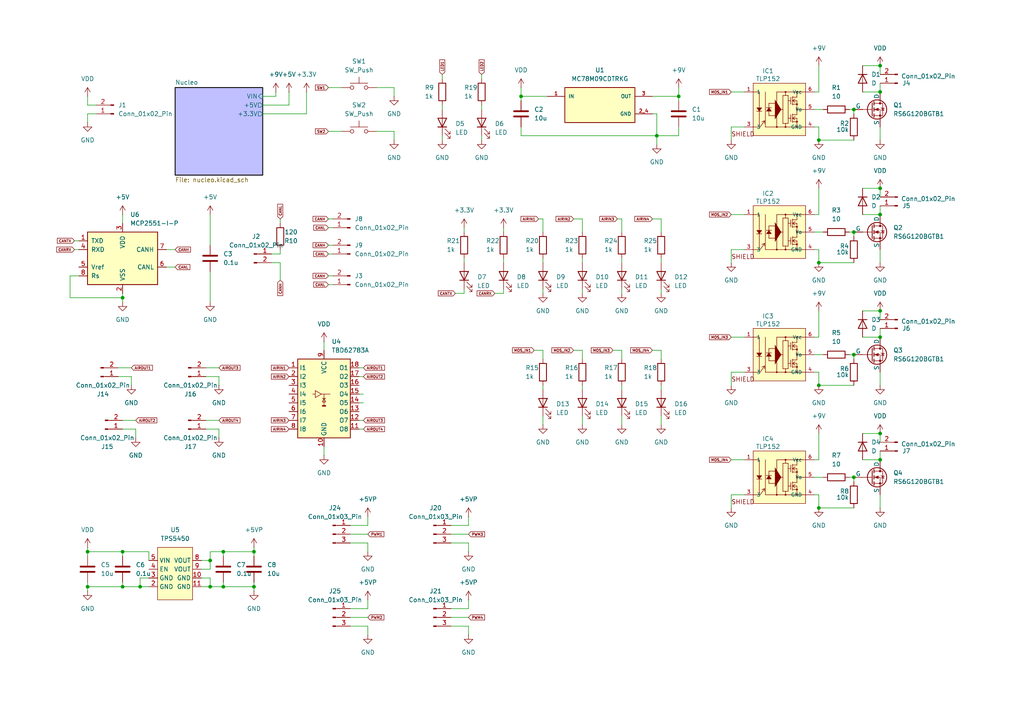
<source format=kicad_sch>
(kicad_sch (version 20231120) (generator "eeschema") (generator_version "8.0")
  (paper "A4")
  (title_block (title "Nucleo-F767-Base-Board") (date "2024-07-27") (rev "V1.0"))
  (junction (at 255.27 54.61))
  (junction (at 255.27 133.35))
  (junction (at 35.56 170.18))
  (junction (at 247.65 138.43))
  (junction (at 237.49 147.32))
  (junction (at 255.27 19.05))
  (junction (at 255.27 90.17))
  (junction (at 25.4 170.18))
  (junction (at 64.77 170.18))
  (junction (at 40.64 170.18))
  (junction (at 255.27 62.23))
  (junction (at 35.56 86.36))
  (junction (at 60.96 170.18))
  (junction (at 73.66 160.02))
  (junction (at 255.27 26.67))
  (junction (at 237.49 76.2))
  (junction (at 237.49 40.64))
  (junction (at 255.27 125.73))
  (junction (at 247.65 102.87))
  (junction (at 190.5 39.37))
  (junction (at 73.66 170.18))
  (junction (at 237.49 111.76))
  (junction (at 25.4 160.02))
  (junction (at 247.65 31.75))
  (junction (at 151.13 27.94))
  (junction (at 196.85 27.94))
  (junction (at 255.27 97.79))
  (junction (at 35.56 160.02))
  (junction (at 247.65 67.31))
  (junction (at 60.96 162.56))
  (junction (at 64.77 160.02))
  (wire (pts (xy 58.42 170.18) (xy 60.96 170.18)))
  (wire (pts (xy 250.19 133.35) (xy 255.27 133.35)))
  (wire (pts (xy 35.56 121.92) (xy 39.37 121.92)))
  (wire (pts (xy 191.77 76.2) (xy 191.77 74.93)))
  (wire (pts (xy 212.09 36.83) (xy 212.09 40.64)))
  (wire (pts (xy 250.19 62.23) (xy 255.27 62.23)))
  (wire (pts (xy 60.96 162.56) (xy 60.96 165.1)))
  (wire (pts (xy 237.49 26.67) (xy 236.22 26.67)))
  (wire (pts (xy 166.37 63.5) (xy 168.91 63.5)))
  (wire (pts (xy 95.25 38.1) (xy 99.06 38.1)))
  (wire (pts (xy 95.25 63.5) (xy 96.52 63.5)))
  (wire (pts (xy 196.85 25.4) (xy 196.85 27.94)))
  (wire (pts (xy 63.5 109.22) (xy 59.69 109.22)))
  (wire (pts (xy 212.09 143.51) (xy 212.09 147.32)))
  (wire (pts (xy 59.69 121.92) (xy 63.5 121.92)))
  (wire (pts (xy 180.34 76.2) (xy 180.34 74.93)))
  (wire (pts (xy 64.77 160.02) (xy 64.77 161.29)))
  (wire (pts (xy 60.96 162.56) (xy 60.96 160.02)))
  (wire (pts (xy 25.4 158.75) (xy 25.4 160.02)))
  (wire (pts (xy 157.48 113.03) (xy 157.48 111.76)))
  (wire (pts (xy 25.4 30.48) (xy 25.4 27.94)))
  (wire (pts (xy 35.56 86.36) (xy 35.56 87.63)))
  (wire (pts (xy 246.38 102.87) (xy 247.65 102.87)))
  (wire (pts (xy 212.09 133.35) (xy 215.9 133.35)))
  (wire (pts (xy 88.9 33.02) (xy 76.2 33.02)))
  (wire (pts (xy 236.22 107.95) (xy 237.49 107.95)))
  (wire (pts (xy 189.23 63.5) (xy 191.77 63.5)))
  (wire (pts (xy 156.21 63.5) (xy 157.48 63.5)))
  (wire (pts (xy 95.25 66.04) (xy 96.52 66.04)))
  (wire (pts (xy 237.49 90.17) (xy 237.49 97.79)))
  (wire (pts (xy 250.19 90.17) (xy 255.27 90.17)))
  (wire (pts (xy 81.28 72.39) (xy 81.28 73.66)))
  (wire (pts (xy 236.22 72.39) (xy 237.49 72.39)))
  (wire (pts (xy 196.85 36.83) (xy 196.85 39.37)))
  (wire (pts (xy 191.77 101.6) (xy 191.77 104.14)))
  (wire (pts (xy 83.82 30.48) (xy 83.82 26.67)))
  (wire (pts (xy 237.49 62.23) (xy 236.22 62.23)))
  (wire (pts (xy 59.69 106.68) (xy 63.5 106.68)))
  (wire (pts (xy 80.01 26.67) (xy 80.01 27.94)))
  (wire (pts (xy 190.5 39.37) (xy 196.85 39.37)))
  (wire (pts (xy 236.22 102.87) (xy 238.76 102.87)))
  (wire (pts (xy 95.25 80.01) (xy 96.52 80.01)))
  (wire (pts (xy 250.19 125.73) (xy 255.27 125.73)))
  (wire (pts (xy 168.91 83.82) (xy 168.91 85.09)))
  (wire (pts (xy 168.91 101.6) (xy 168.91 104.14)))
  (wire (pts (xy 39.37 124.46) (xy 39.37 127)))
  (wire (pts (xy 237.49 111.76) (xy 247.65 111.76)))
  (wire (pts (xy 38.1 109.22) (xy 34.29 109.22)))
  (wire (pts (xy 21.59 72.39) (xy 22.86 72.39)))
  (wire (pts (xy 237.49 76.2) (xy 247.65 76.2)))
  (wire (pts (xy 146.05 85.09) (xy 143.51 85.09)))
  (wire (pts (xy 255.27 72.39) (xy 255.27 76.2)))
  (wire (pts (xy 130.81 157.48) (xy 135.89 157.48)))
  (wire (pts (xy 237.49 147.32) (xy 247.65 147.32)))
  (wire (pts (xy 128.27 31.75) (xy 128.27 30.48)))
  (wire (pts (xy 73.66 160.02) (xy 73.66 161.29)))
  (wire (pts (xy 250.19 97.79) (xy 255.27 97.79)))
  (wire (pts (xy 20.32 86.36) (xy 35.56 86.36)))
  (wire (pts (xy 146.05 76.2) (xy 146.05 74.93)))
  (wire (pts (xy 255.27 19.05) (xy 255.27 21.59)))
  (wire (pts (xy 135.89 152.4) (xy 135.89 149.86)))
  (wire (pts (xy 63.5 124.46) (xy 59.69 124.46)))
  (wire (pts (xy 60.96 78.74) (xy 60.96 87.63)))
  (wire (pts (xy 151.13 25.4) (xy 151.13 27.94)))
  (wire (pts (xy 255.27 36.83) (xy 255.27 40.64)))
  (wire (pts (xy 20.32 80.01) (xy 20.32 86.36)))
  (wire (pts (xy 95.25 25.4) (xy 99.06 25.4)))
  (wire (pts (xy 255.27 143.51) (xy 255.27 147.32)))
  (wire (pts (xy 58.42 162.56) (xy 60.96 162.56)))
  (wire (pts (xy 134.62 66.04) (xy 134.62 67.31)))
  (wire (pts (xy 60.96 160.02) (xy 64.77 160.02)))
  (wire (pts (xy 109.22 25.4) (xy 114.3 25.4)))
  (wire (pts (xy 130.81 176.53) (xy 135.89 176.53)))
  (wire (pts (xy 105.41 124.46) (xy 104.14 124.46)))
  (wire (pts (xy 73.66 170.18) (xy 73.66 171.45)))
  (wire (pts (xy 157.48 101.6) (xy 157.48 104.14)))
  (wire (pts (xy 109.22 38.1) (xy 114.3 38.1)))
  (wire (pts (xy 151.13 39.37) (xy 190.5 39.37)))
  (wire (pts (xy 255.27 54.61) (xy 255.27 57.15)))
  (wire (pts (xy 191.77 83.82) (xy 191.77 85.09)))
  (wire (pts (xy 146.05 83.82) (xy 146.05 85.09)))
  (wire (pts (xy 58.42 167.64) (xy 60.96 167.64)))
  (wire (pts (xy 95.25 71.12) (xy 96.52 71.12)))
  (wire (pts (xy 237.49 54.61) (xy 237.49 62.23)))
  (wire (pts (xy 247.65 102.87) (xy 247.65 104.14)))
  (wire (pts (xy 64.77 160.02) (xy 73.66 160.02)))
  (wire (pts (xy 246.38 138.43) (xy 247.65 138.43)))
  (wire (pts (xy 135.89 181.61) (xy 135.89 184.15)))
  (wire (pts (xy 106.68 154.94) (xy 101.6 154.94)))
  (wire (pts (xy 134.62 83.82) (xy 134.62 85.09)))
  (wire (pts (xy 43.18 167.64) (xy 40.64 167.64)))
  (wire (pts (xy 237.49 133.35) (xy 236.22 133.35)))
  (wire (pts (xy 35.56 85.09) (xy 35.56 86.36)))
  (wire (pts (xy 21.59 69.85) (xy 22.86 69.85)))
  (wire (pts (xy 76.2 30.48) (xy 83.82 30.48)))
  (wire (pts (xy 105.41 114.3) (xy 104.14 114.3)))
  (wire (pts (xy 236.22 31.75) (xy 238.76 31.75)))
  (wire (pts (xy 35.56 62.23) (xy 35.56 64.77)))
  (wire (pts (xy 215.9 143.51) (xy 212.09 143.51)))
  (wire (pts (xy 212.09 62.23) (xy 215.9 62.23)))
  (wire (pts (xy 189.23 33.02) (xy 190.5 33.02)))
  (wire (pts (xy 168.91 76.2) (xy 168.91 74.93)))
  (wire (pts (xy 237.49 36.83) (xy 237.49 40.64)))
  (wire (pts (xy 255.27 95.25) (xy 255.27 97.79)))
  (wire (pts (xy 212.09 97.79) (xy 215.9 97.79)))
  (wire (pts (xy 25.4 168.91) (xy 25.4 170.18)))
  (wire (pts (xy 255.27 130.81) (xy 255.27 133.35)))
  (wire (pts (xy 215.9 72.39) (xy 212.09 72.39)))
  (wire (pts (xy 237.49 72.39) (xy 237.49 76.2)))
  (wire (pts (xy 130.81 179.07) (xy 135.89 179.07)))
  (wire (pts (xy 40.64 170.18) (xy 43.18 170.18)))
  (wire (pts (xy 255.27 24.13) (xy 255.27 26.67)))
  (wire (pts (xy 128.27 21.59) (xy 128.27 22.86)))
  (wire (pts (xy 101.6 157.48) (xy 106.68 157.48)))
  (wire (pts (xy 250.19 26.67) (xy 255.27 26.67)))
  (wire (pts (xy 177.8 101.6) (xy 180.34 101.6)))
  (wire (pts (xy 255.27 90.17) (xy 255.27 92.71)))
  (wire (pts (xy 114.3 38.1) (xy 114.3 40.64)))
  (wire (pts (xy 237.49 107.95) (xy 237.49 111.76)))
  (wire (pts (xy 60.96 170.18) (xy 64.77 170.18)))
  (wire (pts (xy 95.25 82.55) (xy 96.52 82.55)))
  (wire (pts (xy 139.7 31.75) (xy 139.7 30.48)))
  (wire (pts (xy 22.86 80.01) (xy 20.32 80.01)))
  (wire (pts (xy 166.37 101.6) (xy 168.91 101.6)))
  (wire (pts (xy 236.22 138.43) (xy 238.76 138.43)))
  (wire (pts (xy 60.96 62.23) (xy 60.96 71.12)))
  (wire (pts (xy 157.48 63.5) (xy 157.48 67.31)))
  (wire (pts (xy 106.68 152.4) (xy 106.68 149.86)))
  (wire (pts (xy 50.8 72.39) (xy 48.26 72.39)))
  (wire (pts (xy 179.07 63.5) (xy 180.34 63.5)))
  (wire (pts (xy 255.27 125.73) (xy 255.27 128.27)))
  (wire (pts (xy 151.13 36.83) (xy 151.13 39.37)))
  (wire (pts (xy 135.89 157.48) (xy 135.89 160.02)))
  (wire (pts (xy 215.9 36.83) (xy 212.09 36.83)))
  (wire (pts (xy 63.5 124.46) (xy 63.5 127)))
  (wire (pts (xy 106.68 157.48) (xy 106.68 160.02)))
  (wire (pts (xy 139.7 39.37) (xy 139.7 40.64)))
  (wire (pts (xy 196.85 27.94) (xy 196.85 29.21)))
  (wire (pts (xy 73.66 158.75) (xy 73.66 160.02)))
  (wire (pts (xy 255.27 59.69) (xy 255.27 62.23)))
  (wire (pts (xy 168.91 123.19) (xy 168.91 120.65)))
  (wire (pts (xy 25.4 33.02) (xy 25.4 35.56)))
  (wire (pts (xy 106.68 179.07) (xy 101.6 179.07)))
  (wire (pts (xy 250.19 19.05) (xy 255.27 19.05)))
  (wire (pts (xy 237.49 125.73) (xy 237.49 133.35)))
  (wire (pts (xy 80.01 27.94) (xy 76.2 27.94)))
  (wire (pts (xy 246.38 31.75) (xy 247.65 31.75)))
  (wire (pts (xy 38.1 109.22) (xy 38.1 111.76)))
  (wire (pts (xy 191.77 113.03) (xy 191.77 111.76)))
  (wire (pts (xy 130.81 181.61) (xy 135.89 181.61)))
  (wire (pts (xy 236.22 36.83) (xy 237.49 36.83)))
  (wire (pts (xy 105.41 121.92) (xy 104.14 121.92)))
  (wire (pts (xy 35.56 160.02) (xy 25.4 160.02)))
  (wire (pts (xy 25.4 160.02) (xy 25.4 161.29)))
  (wire (pts (xy 64.77 170.18) (xy 73.66 170.18)))
  (wire (pts (xy 43.18 162.56) (xy 43.18 160.02)))
  (wire (pts (xy 157.48 83.82) (xy 157.48 85.09)))
  (wire (pts (xy 189.23 101.6) (xy 191.77 101.6)))
  (wire (pts (xy 101.6 176.53) (xy 106.68 176.53)))
  (wire (pts (xy 212.09 107.95) (xy 212.09 111.76)))
  (wire (pts (xy 34.29 106.68) (xy 38.1 106.68)))
  (wire (pts (xy 106.68 176.53) (xy 106.68 173.99)))
  (wire (pts (xy 25.4 170.18) (xy 25.4 171.45)))
  (wire (pts (xy 189.23 27.94) (xy 196.85 27.94)))
  (wire (pts (xy 180.34 113.03) (xy 180.34 111.76)))
  (wire (pts (xy 215.9 107.95) (xy 212.09 107.95)))
  (wire (pts (xy 168.91 63.5) (xy 168.91 67.31)))
  (wire (pts (xy 157.48 76.2) (xy 157.48 74.93)))
  (wire (pts (xy 180.34 123.19) (xy 180.34 120.65)))
  (wire (pts (xy 81.28 63.5) (xy 81.28 64.77)))
  (wire (pts (xy 151.13 27.94) (xy 151.13 29.21)))
  (wire (pts (xy 212.09 26.67) (xy 215.9 26.67)))
  (wire (pts (xy 50.8 77.47) (xy 48.26 77.47)))
  (wire (pts (xy 180.34 101.6) (xy 180.34 104.14)))
  (wire (pts (xy 154.94 101.6) (xy 157.48 101.6)))
  (wire (pts (xy 236.22 143.51) (xy 237.49 143.51)))
  (wire (pts (xy 190.5 33.02) (xy 190.5 39.37)))
  (wire (pts (xy 60.96 167.64) (xy 60.96 170.18)))
  (wire (pts (xy 25.4 30.48) (xy 27.94 30.48)))
  (wire (pts (xy 81.28 73.66) (xy 78.74 73.66)))
  (wire (pts (xy 106.68 181.61) (xy 106.68 184.15)))
  (wire (pts (xy 101.6 152.4) (xy 106.68 152.4)))
  (wire (pts (xy 237.49 97.79) (xy 236.22 97.79)))
  (wire (pts (xy 139.7 21.59) (xy 139.7 22.86)))
  (wire (pts (xy 35.56 170.18) (xy 25.4 170.18)))
  (wire (pts (xy 43.18 160.02) (xy 35.56 160.02)))
  (wire (pts (xy 134.62 85.09) (xy 132.08 85.09)))
  (wire (pts (xy 114.3 25.4) (xy 114.3 27.94)))
  (wire (pts (xy 130.81 152.4) (xy 135.89 152.4)))
  (wire (pts (xy 105.41 109.22) (xy 104.14 109.22)))
  (wire (pts (xy 73.66 168.91) (xy 73.66 170.18)))
  (wire (pts (xy 78.74 76.2) (xy 81.28 76.2)))
  (wire (pts (xy 39.37 124.46) (xy 35.56 124.46)))
  (wire (pts (xy 191.77 63.5) (xy 191.77 67.31)))
  (wire (pts (xy 157.48 123.19) (xy 157.48 120.65)))
  (wire (pts (xy 81.28 76.2) (xy 81.28 81.28)))
  (wire (pts (xy 237.49 40.64) (xy 247.65 40.64)))
  (wire (pts (xy 88.9 26.67) (xy 88.9 33.02)))
  (wire (pts (xy 236.22 67.31) (xy 238.76 67.31)))
  (wire (pts (xy 190.5 39.37) (xy 190.5 41.91)))
  (wire (pts (xy 247.65 67.31) (xy 247.65 68.58)))
  (wire (pts (xy 247.65 138.43) (xy 247.65 139.7)))
  (wire (pts (xy 130.81 154.94) (xy 135.89 154.94)))
  (wire (pts (xy 255.27 107.95) (xy 255.27 111.76)))
  (wire (pts (xy 237.49 143.51) (xy 237.49 147.32)))
  (wire (pts (xy 35.56 170.18) (xy 40.64 170.18)))
  (wire (pts (xy 58.42 165.1) (xy 60.96 165.1)))
  (wire (pts (xy 25.4 33.02) (xy 27.94 33.02)))
  (wire (pts (xy 93.98 129.54) (xy 93.98 132.08)))
  (wire (pts (xy 101.6 181.61) (xy 106.68 181.61)))
  (wire (pts (xy 95.25 73.66) (xy 96.52 73.66)))
  (wire (pts (xy 35.56 168.91) (xy 35.56 170.18)))
  (wire (pts (xy 146.05 66.04) (xy 146.05 67.31)))
  (wire (pts (xy 105.41 106.68) (xy 104.14 106.68)))
  (wire (pts (xy 246.38 67.31) (xy 247.65 67.31)))
  (wire (pts (xy 134.62 76.2) (xy 134.62 74.93)))
  (wire (pts (xy 135.89 176.53) (xy 135.89 173.99)))
  (wire (pts (xy 40.64 167.64) (xy 40.64 170.18)))
  (wire (pts (xy 191.77 123.19) (xy 191.77 120.65)))
  (wire (pts (xy 180.34 83.82) (xy 180.34 85.09)))
  (wire (pts (xy 168.91 113.03) (xy 168.91 111.76)))
  (wire (pts (xy 35.56 161.29) (xy 35.56 160.02)))
  (wire (pts (xy 180.34 63.5) (xy 180.34 67.31)))
  (wire (pts (xy 93.98 99.06) (xy 93.98 101.6)))
  (wire (pts (xy 237.49 19.05) (xy 237.49 26.67)))
  (wire (pts (xy 105.41 116.84) (xy 104.14 116.84)))
  (wire (pts (xy 151.13 27.94) (xy 158.75 27.94)))
  (wire (pts (xy 247.65 31.75) (xy 247.65 33.02)))
  (wire (pts (xy 212.09 72.39) (xy 212.09 76.2)))
  (wire (pts (xy 64.77 168.91) (xy 64.77 170.18)))
  (wire (pts (xy 63.5 109.22) (xy 63.5 111.76)))
  (wire (pts (xy 128.27 39.37) (xy 128.27 40.64)))
  (wire (pts (xy 250.19 54.61) (xy 255.27 54.61)))
  (global_label "SW1" (shape input) (at 95.25 25.4 180) (effects (font (size 0.762 0.762))) (property "Intersheetrefs" "${INTERSHEET_REFS}" (effects (hide yes))))
  (global_label "AIROUT1" (shape input) (at 105.41 106.68 0) (effects (font (size 0.762 0.762))) (property "Intersheetrefs" "${INTERSHEET_REFS}" (effects (hide yes))))
  (global_label "AIROUT4" (shape input) (at 63.5 121.92 0) (effects (font (size 0.762 0.762))) (property "Intersheetrefs" "${INTERSHEET_REFS}" (effects (hide yes))))
  (global_label "AIRIN1" (shape input) (at 156.21 63.5 180) (effects (font (size 0.762 0.762))) (property "Intersheetrefs" "${INTERSHEET_REFS}" (effects (hide yes))))
  (global_label "PWM4" (shape input) (at 135.89 179.07 0) (effects (font (size 0.762 0.762))) (property "Intersheetrefs" "${INTERSHEET_REFS}" (effects (hide yes))))
  (global_label "SW2" (shape input) (at 95.25 38.1 180) (effects (font (size 0.762 0.762))) (property "Intersheetrefs" "${INTERSHEET_REFS}" (effects (hide yes))))
  (global_label "CANTX" (shape input) (at 21.59 69.85 180) (effects (font (size 0.762 0.762))) (property "Intersheetrefs" "${INTERSHEET_REFS}" (effects (hide yes))))
  (global_label "MOS_IN2" (shape input) (at 166.37 101.6 180) (effects (font (size 0.762 0.762))) (property "Intersheetrefs" "${INTERSHEET_REFS}" (effects (hide yes))))
  (global_label "MOS_IN3" (shape input) (at 212.09 97.79 180) (effects (font (size 0.762 0.762))) (property "Intersheetrefs" "${INTERSHEET_REFS}" (effects (hide yes))))
  (global_label "CANH" (shape input) (at 95.25 63.5 180) (effects (font (size 0.762 0.762))) (property "Intersheetrefs" "${INTERSHEET_REFS}" (effects (hide yes))))
  (global_label "AIRIN2" (shape input) (at 83.82 109.22 180) (effects (font (size 0.762 0.762))) (property "Intersheetrefs" "${INTERSHEET_REFS}" (effects (hide yes))))
  (global_label "CANH" (shape input) (at 95.25 80.01 180) (effects (font (size 0.762 0.762))) (property "Intersheetrefs" "${INTERSHEET_REFS}" (effects (hide yes))))
  (global_label "PWM3" (shape input) (at 135.89 154.94 0) (effects (font (size 0.762 0.762))) (property "Intersheetrefs" "${INTERSHEET_REFS}" (effects (hide yes))))
  (global_label "MOS_IN1" (shape input) (at 212.09 26.67 180) (effects (font (size 0.762 0.762))) (property "Intersheetrefs" "${INTERSHEET_REFS}" (effects (hide yes))))
  (global_label "AIRIN1" (shape input) (at 83.82 106.68 180) (effects (font (size 0.762 0.762))) (property "Intersheetrefs" "${INTERSHEET_REFS}" (effects (hide yes))))
  (global_label "CANL" (shape input) (at 95.25 66.04 180) (effects (font (size 0.762 0.762))) (property "Intersheetrefs" "${INTERSHEET_REFS}" (effects (hide yes))))
  (global_label "CANH" (shape input) (at 95.25 71.12 180) (effects (font (size 0.762 0.762))) (property "Intersheetrefs" "${INTERSHEET_REFS}" (effects (hide yes))))
  (global_label "CANRX" (shape input) (at 21.59 72.39 180) (effects (font (size 0.762 0.762))) (property "Intersheetrefs" "${INTERSHEET_REFS}" (effects (hide yes))))
  (global_label "LED1" (shape input) (at 128.27 21.59 90) (effects (font (size 0.762 0.762))) (property "Intersheetrefs" "${INTERSHEET_REFS}" (effects (hide yes))))
  (global_label "PWM2" (shape input) (at 106.68 179.07 0) (effects (font (size 0.762 0.762))) (property "Intersheetrefs" "${INTERSHEET_REFS}" (effects (hide yes))))
  (global_label "LED2" (shape input) (at 139.7 21.59 90) (effects (font (size 0.762 0.762))) (property "Intersheetrefs" "${INTERSHEET_REFS}" (effects (hide yes))))
  (global_label "MOS_IN2" (shape input) (at 212.09 62.23 180) (effects (font (size 0.762 0.762))) (property "Intersheetrefs" "${INTERSHEET_REFS}" (effects (hide yes))))
  (global_label "CANRX" (shape input) (at 143.51 85.09 180) (effects (font (size 0.762 0.762))) (property "Intersheetrefs" "${INTERSHEET_REFS}" (effects (hide yes))))
  (global_label "CANH" (shape input) (at 50.8 72.39 0) (effects (font (size 0.762 0.762))) (property "Intersheetrefs" "${INTERSHEET_REFS}" (effects (hide yes))))
  (global_label "CANTX" (shape input) (at 132.08 85.09 180) (effects (font (size 0.762 0.762))) (property "Intersheetrefs" "${INTERSHEET_REFS}" (effects (hide yes))))
  (global_label "MOS_IN3" (shape input) (at 177.8 101.6 180) (effects (font (size 0.762 0.762))) (property "Intersheetrefs" "${INTERSHEET_REFS}" (effects (hide yes))))
  (global_label "MOS_IN4" (shape input) (at 212.09 133.35 180) (effects (font (size 0.762 0.762))) (property "Intersheetrefs" "${INTERSHEET_REFS}" (effects (hide yes))))
  (global_label "AIROUT3" (shape input) (at 63.5 106.68 0) (effects (font (size 0.762 0.762))) (property "Intersheetrefs" "${INTERSHEET_REFS}" (effects (hide yes))))
  (global_label "AIRIN2" (shape input) (at 166.37 63.5 180) (effects (font (size 0.762 0.762))) (property "Intersheetrefs" "${INTERSHEET_REFS}" (effects (hide yes))))
  (global_label "PWM1" (shape input) (at 106.68 154.94 0) (effects (font (size 0.762 0.762))) (property "Intersheetrefs" "${INTERSHEET_REFS}" (effects (hide yes))))
  (global_label "AIRIN4" (shape input) (at 189.23 63.5 180) (effects (font (size 0.762 0.762))) (property "Intersheetrefs" "${INTERSHEET_REFS}" (effects (hide yes))))
  (global_label "CANL" (shape input) (at 81.28 63.5 90) (effects (font (size 0.762 0.762))) (property "Intersheetrefs" "${INTERSHEET_REFS}" (effects (hide yes))))
  (global_label "MOS_IN4" (shape input) (at 189.23 101.6 180) (effects (font (size 0.762 0.762))) (property "Intersheetrefs" "${INTERSHEET_REFS}" (effects (hide yes))))
  (global_label "AIRIN3" (shape input) (at 83.82 121.92 180) (effects (font (size 0.762 0.762))) (property "Intersheetrefs" "${INTERSHEET_REFS}" (effects (hide yes))))
  (global_label "AIROUT2" (shape input) (at 39.37 121.92 0) (effects (font (size 0.762 0.762))) (property "Intersheetrefs" "${INTERSHEET_REFS}" (effects (hide yes))))
  (global_label "AIROUT2" (shape input) (at 105.41 109.22 0) (effects (font (size 0.762 0.762))) (property "Intersheetrefs" "${INTERSHEET_REFS}" (effects (hide yes))))
  (global_label "AIROUT4" (shape input) (at 105.41 124.46 0) (effects (font (size 0.762 0.762))) (property "Intersheetrefs" "${INTERSHEET_REFS}" (effects (hide yes))))
  (global_label "CANL" (shape input) (at 50.8 77.47 0) (effects (font (size 0.762 0.762))) (property "Intersheetrefs" "${INTERSHEET_REFS}" (effects (hide yes))))
  (global_label "AIROUT3" (shape input) (at 105.41 121.92 0) (effects (font (size 0.762 0.762))) (property "Intersheetrefs" "${INTERSHEET_REFS}" (effects (hide yes))))
  (global_label "AIRIN4" (shape input) (at 83.82 124.46 180) (effects (font (size 0.762 0.762))) (property "Intersheetrefs" "${INTERSHEET_REFS}" (effects (hide yes))))
  (global_label "CANL" (shape input) (at 95.25 82.55 180) (effects (font (size 0.762 0.762))) (property "Intersheetrefs" "${INTERSHEET_REFS}" (effects (hide yes))))
  (global_label "AIROUT1" (shape input) (at 38.1 106.68 0) (effects (font (size 0.762 0.762))) (property "Intersheetrefs" "${INTERSHEET_REFS}" (effects (hide yes))))
  (global_label "MOS_IN1" (shape input) (at 154.94 101.6 180) (effects (font (size 0.762 0.762))) (property "Intersheetrefs" "${INTERSHEET_REFS}" (effects (hide yes))))
  (global_label "CANH" (shape input) (at 81.28 81.28 270) (effects (font (size 0.762 0.762))) (property "Intersheetrefs" "${INTERSHEET_REFS}" (effects (hide yes))))
  (global_label "CANL" (shape input) (at 95.25 73.66 180) (effects (font (size 0.762 0.762))) (property "Intersheetrefs" "${INTERSHEET_REFS}" (effects (hide yes))))
  (global_label "AIRIN3" (shape input) (at 179.07 63.5 180) (effects (font (size 0.762 0.762))) (property "Intersheetrefs" "${INTERSHEET_REFS}" (effects (hide yes))))
  (symbol (lib_id "power:GND") (at 106.68 184.15 0) (unit 1)
    (property "Reference" "#PWR071" (effects (hide yes)))
    (property "Value" "GND" (at 106.68 189.23 0))
    (property "Description" "Power symbol creates a global label with name \"GND\" , ground" (effects (hide yes)))
  )
  (symbol (lib_id "TLP152:TLP152") (at 218.44 95.25 0) (unit 1)
    (property "Reference" "IC3" (at 222.758 91.694 0))
    (property "Value" "TLP152" (at 222.758 93.98 0))
    (property "Footprint" "TLP152:5PIN_SO6_TOS" (effects (hide yes)))
    (property "MF" "Toshiba Semiconductor" (effects (hide yes)))
    (property "Description_1" "\n2.5A Gate Driver Optical Coupling 3750Vrms 1 Channel 6-SO, 5 Lead\n" (effects (hide yes)))
    (property "COPYRIGHT" "Copyright (C) 2022 Ultra Librarian. All rights reserved." (effects (hide yes)))
    (property "Package" "SOIC-6 Toshiba Semiconductor and Storage" (effects (hide yes)))
    (property "Price" "None" (effects (hide yes)))
    (property "Check_prices" "https://www.snapeda.com/parts/TLP152/Toshiba+Semiconductor+and+Storage/view-part/?ref=eda" (effects (hide yes)))
    (property "Availability" "In Stock" (effects (hide yes)))
    (property "SnapEDA_Link" "https://www.snapeda.com/parts/TLP152/Toshiba+Semiconductor+and+Storage/view-part/?ref=snap" (effects (hide yes)))
    (property "MP" "TLP152" (effects (hide yes)))
    (property "Purchase-URL" "https://www.snapeda.com/api/url_track_click_mouser/?unipart_id=586676&manufacturer=Toshiba Semiconductor&part_name=TLP152&search_term=tlp152" (effects (hide yes)))
    (property "MFR_NAME" "Toshiba Electronic Devices & Storage Co." (effects (hide yes)))
    (property "MANUFACTURER_PART_NUMBER" "TLP152" (effects (hide yes)))
  )
  (symbol (lib_id "power:+3.3V") (at 146.05 66.04 0) (unit 1)
    (property "Reference" "#PWR033" (effects (hide yes)))
    (property "Value" "+3.3V" (at 146.05 60.96 0))
    (property "Description" "Power symbol creates a global label with name \"+3.3V\"" (effects (hide yes)))
  )
  (symbol (lib_id "Device:R") (at 247.65 143.51 0) (unit 1)
    (property "Reference" "R8" (at 243.586 142.494 0) (effects (justify left)))
    (property "Value" "10k" (at 242.57 144.272 0) (effects (justify left)))
    (property "Footprint" "Resistor_SMD:R_0603_1608Metric" (effects (hide yes)))
    (property "Description" "Resistor" (effects (hide yes)))
  )
  (symbol (lib_id "Device:C") (at 151.13 33.02 0) (unit 1)
    (property "Reference" "C2" (at 154.94 31.7499 0) (effects (justify left)))
    (property "Value" "10u" (at 154.94 34.2899 0) (effects (justify left)))
    (property "Footprint" "Capacitor_SMD:C_0603_1608Metric" (effects (hide yes)))
    (property "Description" "Unpolarized capacitor" (effects (hide yes)))
  )
  (symbol (lib_id "power:GND") (at 255.27 111.76 0) (unit 1)
    (property "Reference" "#PWR025" (effects (hide yes)))
    (property "Value" "GND" (at 255.27 116.84 0))
    (property "Description" "Power symbol creates a global label with name \"GND\" , ground" (effects (hide yes)))
  )
  (symbol (lib_id "Device:R") (at 81.28 68.58 180) (unit 1)
    (property "Reference" "R10" (at 86.36 69.85 0) (effects (justify left)))
    (property "Value" "120" (at 86.36 67.31 0) (effects (justify left)))
    (property "Footprint" "Resistor_SMD:R_0603_1608Metric" (effects (hide yes)))
    (property "Description" "Resistor" (effects (hide yes)))
  )
  (symbol (lib_id "Connector:Conn_01x02_Pin") (at 54.61 109.22 0) (mirror x) (unit 1)
    (property "Reference" "J16" (at 55.245 114.3 0))
    (property "Value" "Conn_01x02_Pin" (at 55.245 111.76 0))
    (property "Footprint" "Connector_JST:JST_XA_S02B-XASK-1_1x02_P2.50mm_Horizontal" (effects (hide yes)))
    (property "Description" "Generic connector, single row, 01x02, script generated" (effects (hide yes)))
  )
  (symbol (lib_id "TLP152:TLP152") (at 218.44 24.13 0) (unit 1)
    (property "Reference" "IC1" (at 222.758 20.574 0))
    (property "Value" "TLP152" (at 222.758 22.86 0))
    (property "Footprint" "TLP152:5PIN_SO6_TOS" (effects (hide yes)))
    (property "MF" "Toshiba Semiconductor" (effects (hide yes)))
    (property "Description_1" "\n2.5A Gate Driver Optical Coupling 3750Vrms 1 Channel 6-SO, 5 Lead\n" (effects (hide yes)))
    (property "COPYRIGHT" "Copyright (C) 2022 Ultra Librarian. All rights reserved." (effects (hide yes)))
    (property "Package" "SOIC-6 Toshiba Semiconductor and Storage" (effects (hide yes)))
    (property "Price" "None" (effects (hide yes)))
    (property "Check_prices" "https://www.snapeda.com/parts/TLP152/Toshiba+Semiconductor+and+Storage/view-part/?ref=eda" (effects (hide yes)))
    (property "Availability" "In Stock" (effects (hide yes)))
    (property "SnapEDA_Link" "https://www.snapeda.com/parts/TLP152/Toshiba+Semiconductor+and+Storage/view-part/?ref=snap" (effects (hide yes)))
    (property "MP" "TLP152" (effects (hide yes)))
    (property "Purchase-URL" "https://www.snapeda.com/api/url_track_click_mouser/?unipart_id=586676&manufacturer=Toshiba Semiconductor&part_name=TLP152&search_term=tlp152" (effects (hide yes)))
    (property "MFR_NAME" "Toshiba Electronic Devices & Storage Co." (effects (hide yes)))
    (property "MANUFACTURER_PART_NUMBER" "TLP152" (effects (hide yes)))
  )
  (symbol (lib_id "Device:D") (at 250.19 22.86 270) (unit 1)
    (property "Reference" "D1" (at 252.73 21.5899 90) (effects (justify left)))
    (property "Value" "D" (at 252.73 24.1299 90) (effects (justify left)))
    (property "Footprint" "PDS540:PDS54013" (effects (hide yes)))
    (property "Description" "Diode" (effects (hide yes)))
    (property "Sim.Device" "D" (effects (hide yes)))
    (property "Sim.Pins" "1=K 2=A" (effects (hide yes)))
  )
  (symbol (lib_id "Device:LED") (at 157.48 116.84 90) (unit 1)
    (property "Reference" "D13" (at 161.29 117.1574 90) (effects (justify right)))
    (property "Value" "LED" (at 161.29 119.6974 90) (effects (justify right)))
    (property "Footprint" "LED_SMD:LED_0603_1608Metric" (effects (hide yes)))
    (property "Description" "Light emitting diode" (effects (hide yes)))
  )
  (symbol (lib_id "Device:R") (at 191.77 71.12 0) (unit 1)
    (property "Reference" "R25" (at 186.69 69.85 0) (effects (justify left)))
    (property "Value" "1k" (at 186.69 72.39 0) (effects (justify left)))
    (property "Footprint" "Resistor_SMD:R_0603_1608Metric" (effects (hide yes)))
    (property "Description" "Resistor" (effects (hide yes)))
  )
  (symbol (lib_id "Device:LED") (at 134.62 80.01 90) (unit 1)
    (property "Reference" "D7" (at 138.43 80.3274 90) (effects (justify right)))
    (property "Value" "LED" (at 138.43 82.8674 90) (effects (justify right)))
    (property "Footprint" "LED_SMD:LED_0603_1608Metric" (effects (hide yes)))
    (property "Description" "Light emitting diode" (effects (hide yes)))
  )
  (symbol (lib_id "Simulation_SPICE:NMOS") (at 252.73 67.31 0) (unit 1)
    (property "Reference" "Q2" (at 259.08 66.0399 0) (effects (justify left)))
    (property "Value" "RS6G120BGTB1" (at 259.08 68.5799 0) (effects (justify left)))
    (property "Footprint" "MOSFET:DPAK127P_600X120-5N" (effects (hide yes)))
    (property "Datasheet" "https://ngspice.sourceforge.io/docs/ngspice-html-manual/manual.xhtml#cha_MOSFETs" (effects (hide yes)))
    (property "Description" "N-MOSFET transistor, drain/source/gate" (effects (hide yes)))
    (property "Sim.Device" "NMOS" (effects (hide yes)))
    (property "Sim.Type" "VDMOS" (effects (hide yes)))
    (property "Sim.Pins" "1=D 2=G 3=S" (effects (hide yes)))
  )
  (symbol (lib_id "power:GND") (at 237.49 111.76 0) (unit 1)
    (property "Reference" "#PWR023" (effects (hide yes)))
    (property "Value" "GND" (at 237.49 116.84 0))
    (property "Description" "Power symbol creates a global label with name \"GND\" , ground" (effects (hide yes)))
  )
  (symbol (lib_id "power:GND") (at 135.89 184.15 0) (unit 1)
    (property "Reference" "#PWR056" (effects (hide yes)))
    (property "Value" "GND" (at 135.89 189.23 0))
    (property "Description" "Power symbol creates a global label with name \"GND\" , ground" (effects (hide yes)))
  )
  (symbol (lib_id "power:+5V") (at 60.96 62.23 0) (unit 1)
    (property "Reference" "#PWR038" (effects (hide yes)))
    (property "Value" "+5V" (at 60.96 57.15 0))
    (property "Description" "Power symbol creates a global label with name \"+5V\"" (effects (hide yes)))
  )
  (symbol (lib_id "Device:R") (at 157.48 107.95 0) (unit 1)
    (property "Reference" "R15" (at 152.4 106.68 0) (effects (justify left)))
    (property "Value" "1k" (at 152.4 109.22 0) (effects (justify left)))
    (property "Footprint" "Resistor_SMD:R_0603_1608Metric" (effects (hide yes)))
    (property "Description" "Resistor" (effects (hide yes)))
  )
  (symbol (lib_id "power:+9V") (at 80.01 26.67 0) (unit 1)
    (property "Reference" "#PWR010" (effects (hide yes)))
    (property "Value" "+9V" (at 80.01 21.59 0))
    (property "Description" "Power symbol creates a global label with name \"+9V\"" (effects (hide yes)))
  )
  (symbol (lib_id "power:VDD") (at 255.27 54.61 0) (unit 1)
    (property "Reference" "#PWR019" (effects (hide yes)))
    (property "Value" "VDD" (at 255.27 49.53 0))
    (property "Description" "Power symbol creates a global label with name \"VDD\"" (effects (hide yes)))
  )
  (symbol (lib_id "TPS5450-module:TPS5450-module_only-pinn") (at 50.8 166.37 0) (unit 1)
    (property "Reference" "U5" (at 50.8 153.67 0))
    (property "Value" "TPS5450" (at 50.8 156.21 0))
    (property "Footprint" "TPS5450-module:TPS5450-module" (effects (hide yes)))
  )
  (symbol (lib_id "power:GND") (at 212.09 147.32 0) (unit 1)
    (property "Reference" "#PWR026" (effects (hide yes)))
    (property "Value" "GND" (at 212.09 152.4 0))
    (property "Description" "Power symbol creates a global label with name \"GND\" , ground" (effects (hide yes)))
  )
  (symbol (lib_id "power:GND") (at 128.27 40.64 0) (unit 1)
    (property "Reference" "#PWR042" (effects (hide yes)))
    (property "Value" "GND" (at 128.27 45.72 0))
    (property "Description" "Power symbol creates a global label with name \"GND\" , ground" (effects (hide yes)))
  )
  (symbol (lib_id "Device:R") (at 242.57 138.43 90) (unit 1)
    (property "Reference" "R7" (at 242.57 132.08 90))
    (property "Value" "10" (at 242.57 134.62 90))
    (property "Footprint" "Resistor_SMD:R_0603_1608Metric" (effects (hide yes)))
    (property "Description" "Resistor" (effects (hide yes)))
  )
  (symbol (lib_id "Connector:Conn_01x02_Pin") (at 260.35 59.69 180) (unit 1)
    (property "Reference" "J5" (at 262.89 59.69 0))
    (property "Value" "Conn_01x02_Pin" (at 269.24 57.658 0))
    (property "Footprint" "Connector_AMASS:AMASS_XT30PW-F_1x02_P2.50mm_Horizontal" (effects (hide yes)))
    (property "Description" "Generic connector, single row, 01x02, script generated" (effects (hide yes)))
  )
  (symbol (lib_id "Connector:Conn_01x03_Pin") (at 96.52 154.94 0) (unit 1)
    (property "Reference" "J24" (at 97.155 147.32 0))
    (property "Value" "Conn_01x03_Pin" (at 97.155 149.86 0))
    (property "Footprint" "Connector_JST:JST_XA_S03B-XASK-1_1x03_P2.50mm_Horizontal" (effects (hide yes)))
    (property "Description" "Generic connector, single row, 01x03, script generated" (effects (hide yes)))
  )
  (symbol (lib_id "Device:D") (at 250.19 93.98 270) (unit 1)
    (property "Reference" "D3" (at 252.73 92.7099 90) (effects (justify left)))
    (property "Value" "D" (at 252.73 95.2499 90) (effects (justify left)))
    (property "Footprint" "PDS540:PDS54013" (effects (hide yes)))
    (property "Description" "Diode" (effects (hide yes)))
    (property "Sim.Device" "D" (effects (hide yes)))
    (property "Sim.Pins" "1=K 2=A" (effects (hide yes)))
  )
  (symbol (lib_id "power:GND") (at 114.3 40.64 0) (unit 1)
    (property "Reference" "#PWR041" (effects (hide yes)))
    (property "Value" "GND" (at 114.3 45.72 0))
    (property "Description" "Power symbol creates a global label with name \"GND\" , ground" (effects (hide yes)))
  )
  (symbol (lib_id "Device:LED") (at 180.34 116.84 90) (unit 1)
    (property "Reference" "D15" (at 184.15 117.1574 90) (effects (justify right)))
    (property "Value" "LED" (at 184.15 119.6974 90) (effects (justify right)))
    (property "Footprint" "LED_SMD:LED_0603_1608Metric" (effects (hide yes)))
    (property "Description" "Light emitting diode" (effects (hide yes)))
  )
  (symbol (lib_id "power:GND") (at 212.09 111.76 0) (unit 1)
    (property "Reference" "#PWR021" (effects (hide yes)))
    (property "Value" "GND" (at 212.09 116.84 0))
    (property "Description" "Power symbol creates a global label with name \"GND\" , ground" (effects (hide yes)))
  )
  (symbol (lib_id "power:GND") (at 237.49 40.64 0) (unit 1)
    (property "Reference" "#PWR013" (effects (hide yes)))
    (property "Value" "GND" (at 237.49 45.72 0))
    (property "Description" "Power symbol creates a global label with name \"GND\" , ground" (effects (hide yes)))
  )
  (symbol (lib_id "power:VDD") (at 25.4 158.75 0) (unit 1)
    (property "Reference" "#PWR064" (effects (hide yes)))
    (property "Value" "VDD" (at 25.4 153.67 0))
    (property "Description" "Power symbol creates a global label with name \"VDD\"" (effects (hide yes)))
  )
  (symbol (lib_id "power:GND") (at 212.09 40.64 0) (unit 1)
    (property "Reference" "#PWR015" (effects (hide yes)))
    (property "Value" "GND" (at 212.09 45.72 0))
    (property "Description" "Power symbol creates a global label with name \"GND\" , ground" (effects (hide yes)))
  )
  (symbol (lib_id "Device:R") (at 180.34 71.12 0) (unit 1)
    (property "Reference" "R24" (at 175.26 69.85 0) (effects (justify left)))
    (property "Value" "1k" (at 175.26 72.39 0) (effects (justify left)))
    (property "Footprint" "Resistor_SMD:R_0603_1608Metric" (effects (hide yes)))
    (property "Description" "Resistor" (effects (hide yes)))
  )
  (symbol (lib_id "power:+5VP") (at 135.89 149.86 0) (unit 1)
    (property "Reference" "#PWR034" (effects (hide yes)))
    (property "Value" "+5VP" (at 135.89 144.78 0))
    (property "Description" "Power symbol creates a global label with name \"+5VP\"" (effects (hide yes)))
  )
  (symbol (lib_id "Simulation_SPICE:NMOS") (at 252.73 138.43 0) (unit 1)
    (property "Reference" "Q4" (at 259.08 137.1599 0) (effects (justify left)))
    (property "Value" "RS6G120BGTB1" (at 259.08 139.6999 0) (effects (justify left)))
    (property "Footprint" "MOSFET:DPAK127P_600X120-5N" (effects (hide yes)))
    (property "Datasheet" "https://ngspice.sourceforge.io/docs/ngspice-html-manual/manual.xhtml#cha_MOSFETs" (effects (hide yes)))
    (property "Description" "N-MOSFET transistor, drain/source/gate" (effects (hide yes)))
    (property "Sim.Device" "NMOS" (effects (hide yes)))
    (property "Sim.Type" "VDMOS" (effects (hide yes)))
    (property "Sim.Pins" "1=D 2=G 3=S" (effects (hide yes)))
  )
  (symbol (lib_id "Device:R") (at 191.77 107.95 0) (unit 1)
    (property "Reference" "R18" (at 186.69 106.68 0) (effects (justify left)))
    (property "Value" "1k" (at 186.69 109.22 0) (effects (justify left)))
    (property "Footprint" "Resistor_SMD:R_0603_1608Metric" (effects (hide yes)))
    (property "Description" "Resistor" (effects (hide yes)))
  )
  (symbol (lib_id "Device:LED") (at 168.91 80.01 90) (unit 1)
    (property "Reference" "D10" (at 172.72 80.3274 90) (effects (justify right)))
    (property "Value" "LED" (at 172.72 82.8674 90) (effects (justify right)))
    (property "Footprint" "LED_SMD:LED_0603_1608Metric" (effects (hide yes)))
    (property "Description" "Light emitting diode" (effects (hide yes)))
  )
  (symbol (lib_id "Device:LED") (at 168.91 116.84 90) (unit 1)
    (property "Reference" "D14" (at 172.72 117.1574 90) (effects (justify right)))
    (property "Value" "LED" (at 172.72 119.6974 90) (effects (justify right)))
    (property "Footprint" "LED_SMD:LED_0603_1608Metric" (effects (hide yes)))
    (property "Description" "Light emitting diode" (effects (hide yes)))
  )
  (symbol (lib_id "Interface_CAN_LIN:MCP2551-I-P") (at 35.56 74.93 0) (unit 1)
    (property "Reference" "U6" (at 37.7541 62.23 0) (effects (justify left)))
    (property "Value" "MCP2551-I-P" (at 37.7541 64.77 0) (effects (justify left)))
    (property "Footprint" "Package_DIP:DIP-8_W7.62mm" (effects (hide yes)))
    (property "Datasheet" "http://ww1.microchip.com/downloads/en/devicedoc/21667d.pdf" (effects (hide yes)))
    (property "Description" "High-Speed CAN Transceiver, 1Mbps, 5V supply, DIP-8" (effects (hide yes)))
  )
  (symbol (lib_id "power:GND") (at 106.68 160.02 0) (unit 1)
    (property "Reference" "#PWR069" (effects (hide yes)))
    (property "Value" "GND" (at 106.68 165.1 0))
    (property "Description" "Power symbol creates a global label with name \"GND\" , ground" (effects (hide yes)))
  )
  (symbol (lib_id "Device:R") (at 247.65 72.39 0) (unit 1)
    (property "Reference" "R4" (at 243.586 71.374 0) (effects (justify left)))
    (property "Value" "10k" (at 242.57 73.152 0) (effects (justify left)))
    (property "Footprint" "Resistor_SMD:R_0603_1608Metric" (effects (hide yes)))
    (property "Description" "Resistor" (effects (hide yes)))
  )
  (symbol (lib_id "Device:R") (at 128.27 26.67 0) (unit 1)
    (property "Reference" "R9" (at 123.19 25.4 0) (effects (justify left)))
    (property "Value" "1k" (at 123.19 27.94 0) (effects (justify left)))
    (property "Footprint" "Resistor_SMD:R_0603_1608Metric" (effects (hide yes)))
    (property "Description" "Resistor" (effects (hide yes)))
  )
  (symbol (lib_id "Device:C") (at 35.56 165.1 0) (unit 1)
    (property "Reference" "C6" (at 39.37 163.8299 0) (effects (justify left)))
    (property "Value" "0.1u" (at 39.37 166.3699 0) (effects (justify left)))
    (property "Footprint" "Capacitor_SMD:C_0603_1608Metric" (effects (hide yes)))
    (property "Description" "Unpolarized capacitor" (effects (hide yes)))
  )
  (symbol (lib_id "power:+9V") (at 237.49 19.05 0) (unit 1)
    (property "Reference" "#PWR014" (effects (hide yes)))
    (property "Value" "+9V" (at 237.49 13.97 0))
    (property "Description" "Power symbol creates a global label with name \"+9V\"" (effects (hide yes)))
  )
  (symbol (lib_id "power:GND") (at 212.09 76.2 0) (unit 1)
    (property "Reference" "#PWR016" (effects (hide yes)))
    (property "Value" "GND" (at 212.09 81.28 0))
    (property "Description" "Power symbol creates a global label with name \"GND\" , ground" (effects (hide yes)))
  )
  (symbol (lib_id "power:+3.3V") (at 88.9 26.67 0) (unit 1)
    (property "Reference" "#PWR062" (effects (hide yes)))
    (property "Value" "+3.3V" (at 88.9 21.59 0))
    (property "Description" "Power symbol creates a global label with name \"+3.3V\"" (effects (hide yes)))
  )
  (symbol (lib_id "power:GND") (at 180.34 123.19 0) (unit 1)
    (property "Reference" "#PWR060" (effects (hide yes)))
    (property "Value" "GND" (at 180.34 128.27 0))
    (property "Description" "Power symbol creates a global label with name \"GND\" , ground" (effects (hide yes)))
  )
  (symbol (lib_id "power:GND") (at 157.48 123.19 0) (unit 1)
    (property "Reference" "#PWR058" (effects (hide yes)))
    (property "Value" "GND" (at 157.48 128.27 0))
    (property "Description" "Power symbol creates a global label with name \"GND\" , ground" (effects (hide yes)))
  )
  (symbol (lib_id "power:GND") (at 25.4 35.56 0) (unit 1)
    (property "Reference" "#PWR08" (effects (hide yes)))
    (property "Value" "GND" (at 25.4 40.64 0))
    (property "Description" "Power symbol creates a global label with name \"GND\" , ground" (effects (hide yes)))
  )
  (symbol (lib_id "power:+9V") (at 237.49 90.17 0) (unit 1)
    (property "Reference" "#PWR022" (effects (hide yes)))
    (property "Value" "+9V" (at 237.49 85.09 0))
    (property "Description" "Power symbol creates a global label with name \"+9V\"" (effects (hide yes)))
  )
  (symbol (lib_id "power:GND") (at 63.5 111.76 0) (unit 1)
    (property "Reference" "#PWR048" (effects (hide yes)))
    (property "Value" "GND" (at 63.5 116.84 0))
    (property "Description" "Power symbol creates a global label with name \"GND\" , ground" (effects (hide yes)))
  )
  (symbol (lib_id "TLP152:TLP152") (at 218.44 130.81 0) (unit 1)
    (property "Reference" "IC4" (at 222.758 127.254 0))
    (property "Value" "TLP152" (at 222.758 129.54 0))
    (property "Footprint" "TLP152:5PIN_SO6_TOS" (effects (hide yes)))
    (property "MF" "Toshiba Semiconductor" (effects (hide yes)))
    (property "Description_1" "\n2.5A Gate Driver Optical Coupling 3750Vrms 1 Channel 6-SO, 5 Lead\n" (effects (hide yes)))
    (property "COPYRIGHT" "Copyright (C) 2022 Ultra Librarian. All rights reserved." (effects (hide yes)))
    (property "Package" "SOIC-6 Toshiba Semiconductor and Storage" (effects (hide yes)))
    (property "Price" "None" (effects (hide yes)))
    (property "Check_prices" "https://www.snapeda.com/parts/TLP152/Toshiba+Semiconductor+and+Storage/view-part/?ref=eda" (effects (hide yes)))
    (property "Availability" "In Stock" (effects (hide yes)))
    (property "SnapEDA_Link" "https://www.snapeda.com/parts/TLP152/Toshiba+Semiconductor+and+Storage/view-part/?ref=snap" (effects (hide yes)))
    (property "MP" "TLP152" (effects (hide yes)))
    (property "Purchase-URL" "https://www.snapeda.com/api/url_track_click_mouser/?unipart_id=586676&manufacturer=Toshiba Semiconductor&part_name=TLP152&search_term=tlp152" (effects (hide yes)))
    (property "MFR_NAME" "Toshiba Electronic Devices & Storage Co." (effects (hide yes)))
    (property "MANUFACTURER_PART_NUMBER" "TLP152" (effects (hide yes)))
  )
  (symbol (lib_id "power:GND") (at 191.77 85.09 0) (unit 1)
    (property "Reference" "#PWR054" (effects (hide yes)))
    (property "Value" "GND" (at 191.77 90.17 0))
    (property "Description" "Power symbol creates a global label with name \"GND\" , ground" (effects (hide yes)))
  )
  (symbol (lib_id "power:GND") (at 191.77 123.19 0) (unit 1)
    (property "Reference" "#PWR061" (effects (hide yes)))
    (property "Value" "GND" (at 191.77 128.27 0))
    (property "Description" "Power symbol creates a global label with name \"GND\" , ground" (effects (hide yes)))
  )
  (symbol (lib_id "power:+9V") (at 237.49 54.61 0) (unit 1)
    (property "Reference" "#PWR017" (effects (hide yes)))
    (property "Value" "+9V" (at 237.49 49.53 0))
    (property "Description" "Power symbol creates a global label with name \"+9V\"" (effects (hide yes)))
  )
  (symbol (lib_id "Connector:Conn_01x02_Pin") (at 30.48 124.46 0) (mirror x) (unit 1)
    (property "Reference" "J15" (at 31.115 129.54 0))
    (property "Value" "Conn_01x02_Pin" (at 31.115 127 0))
    (property "Footprint" "Connector_JST:JST_XA_S02B-XASK-1_1x02_P2.50mm_Horizontal" (effects (hide yes)))
    (property "Description" "Generic connector, single row, 01x02, script generated" (effects (hide yes)))
  )
  (symbol (lib_id "power:+3.3V") (at 134.62 66.04 0) (unit 1)
    (property "Reference" "#PWR032" (effects (hide yes)))
    (property "Value" "+3.3V" (at 134.62 60.96 0))
    (property "Description" "Power symbol creates a global label with name \"+3.3V\"" (effects (hide yes)))
  )
  (symbol (lib_id "power:GND") (at 180.34 85.09 0) (unit 1)
    (property "Reference" "#PWR052" (effects (hide yes)))
    (property "Value" "GND" (at 180.34 90.17 0))
    (property "Description" "Power symbol creates a global label with name \"GND\" , ground" (effects (hide yes)))
  )
  (symbol (lib_id "power:GND") (at 39.37 127 0) (unit 1)
    (property "Reference" "#PWR047" (effects (hide yes)))
    (property "Value" "GND" (at 39.37 132.08 0))
    (property "Description" "Power symbol creates a global label with name \"GND\" , ground" (effects (hide yes)))
  )
  (symbol (lib_id "Device:LED") (at 180.34 80.01 90) (unit 1)
    (property "Reference" "D11" (at 184.15 80.3274 90) (effects (justify right)))
    (property "Value" "LED" (at 184.15 82.8674 90) (effects (justify right)))
    (property "Footprint" "LED_SMD:LED_0603_1608Metric" (effects (hide yes)))
    (property "Description" "Light emitting diode" (effects (hide yes)))
  )
  (symbol (lib_id "Simulation_SPICE:NMOS") (at 252.73 102.87 0) (unit 1)
    (property "Reference" "Q3" (at 259.08 101.5999 0) (effects (justify left)))
    (property "Value" "RS6G120BGTB1" (at 259.08 104.1399 0) (effects (justify left)))
    (property "Footprint" "MOSFET:DPAK127P_600X120-5N" (effects (hide yes)))
    (property "Datasheet" "https://ngspice.sourceforge.io/docs/ngspice-html-manual/manual.xhtml#cha_MOSFETs" (effects (hide yes)))
    (property "Description" "N-MOSFET transistor, drain/source/gate" (effects (hide yes)))
    (property "Sim.Device" "NMOS" (effects (hide yes)))
    (property "Sim.Type" "VDMOS" (effects (hide yes)))
    (property "Sim.Pins" "1=D 2=G 3=S" (effects (hide yes)))
  )
  (symbol (lib_id "power:+9V") (at 237.49 125.73 0) (unit 1)
    (property "Reference" "#PWR027" (effects (hide yes)))
    (property "Value" "+9V" (at 237.49 120.65 0))
    (property "Description" "Power symbol creates a global label with name \"+9V\"" (effects (hide yes)))
  )
  (symbol (lib_id "Device:R") (at 242.57 102.87 90) (unit 1)
    (property "Reference" "R5" (at 242.57 96.52 90))
    (property "Value" "10" (at 242.57 99.06 90))
    (property "Footprint" "Resistor_SMD:R_0603_1608Metric" (effects (hide yes)))
    (property "Description" "Resistor" (effects (hide yes)))
  )
  (symbol (lib_id "Connector:Conn_01x02_Pin") (at 101.6 82.55 180) (unit 1)
    (property "Reference" "J3" (at 102.87 80.0099 0) (effects (justify right)))
    (property "Value" "Conn_01x02_Pin" (at 102.87 82.5499 0) (effects (justify right)))
    (property "Footprint" "Connector_JST:JST_XA_B02B-XASK-1_1x02_P2.50mm_Vertical" (effects (hide yes)))
    (property "Description" "Generic connector, single row, 01x02, script generated" (effects (hide yes)))
  )
  (symbol (lib_id "Device:R") (at 168.91 71.12 0) (unit 1)
    (property "Reference" "R23" (at 163.83 69.85 0) (effects (justify left)))
    (property "Value" "1k" (at 163.83 72.39 0) (effects (justify left)))
    (property "Footprint" "Resistor_SMD:R_0603_1608Metric" (effects (hide yes)))
    (property "Description" "Resistor" (effects (hide yes)))
  )
  (symbol (lib_id "power:GND") (at 255.27 147.32 0) (unit 1)
    (property "Reference" "#PWR030" (effects (hide yes)))
    (property "Value" "GND" (at 255.27 152.4 0))
    (property "Description" "Power symbol creates a global label with name \"GND\" , ground" (effects (hide yes)))
  )
  (symbol (lib_id "Connector:Conn_01x02_Pin") (at 33.02 33.02 180) (unit 1)
    (property "Reference" "J1" (at 34.29 30.4799 0) (effects (justify right)))
    (property "Value" "Conn_01x02_Pin" (at 34.29 33.0199 0) (effects (justify right)))
    (property "Footprint" "Connector_AMASS:AMASS_XT60PW-M_1x02_P7.20mm_Horizontal" (effects (hide yes)))
    (property "Description" "Generic connector, single row, 01x02, script generated" (effects (hide yes)))
  )
  (symbol (lib_id "power:GND") (at 135.89 160.02 0) (unit 1)
    (property "Reference" "#PWR053" (effects (hide yes)))
    (property "Value" "GND" (at 135.89 165.1 0))
    (property "Description" "Power symbol creates a global label with name \"GND\" , ground" (effects (hide yes)))
  )
  (symbol (lib_id "power:GND") (at 255.27 40.64 0) (unit 1)
    (property "Reference" "#PWR012" (effects (hide yes)))
    (property "Value" "GND" (at 255.27 45.72 0))
    (property "Description" "Power symbol creates a global label with name \"GND\" , ground" (effects (hide yes)))
  )
  (symbol (lib_id "power:+9V") (at 196.85 25.4 0) (unit 1)
    (property "Reference" "#PWR02" (effects (hide yes)))
    (property "Value" "+9V" (at 196.85 20.32 0))
    (property "Description" "Power symbol creates a global label with name \"+9V\"" (effects (hide yes)))
  )
  (symbol (lib_id "power:GND") (at 63.5 127 0) (unit 1)
    (property "Reference" "#PWR049" (effects (hide yes)))
    (property "Value" "GND" (at 63.5 132.08 0))
    (property "Description" "Power symbol creates a global label with name \"GND\" , ground" (effects (hide yes)))
  )
  (symbol (lib_id "power:GND") (at 168.91 123.19 0) (unit 1)
    (property "Reference" "#PWR059" (effects (hide yes)))
    (property "Value" "GND" (at 168.91 128.27 0))
    (property "Description" "Power symbol creates a global label with name \"GND\" , ground" (effects (hide yes)))
  )
  (symbol (lib_id "power:VDD") (at 151.13 25.4 0) (unit 1)
    (property "Reference" "#PWR01" (effects (hide yes)))
    (property "Value" "VDD" (at 151.13 20.32 0))
    (property "Description" "Power symbol creates a global label with name \"VDD\"" (effects (hide yes)))
  )
  (symbol (lib_id "Device:C") (at 196.85 33.02 0) (unit 1)
    (property "Reference" "C1" (at 200.66 31.7499 0) (effects (justify left)))
    (property "Value" "10u" (at 200.66 34.2899 0) (effects (justify left)))
    (property "Footprint" "Capacitor_SMD:C_0603_1608Metric" (effects (hide yes)))
    (property "Description" "Unpolarized capacitor" (effects (hide yes)))
  )
  (symbol (lib_id "Switch:SW_Push") (at 104.14 38.1 0) (unit 1)
    (property "Reference" "SW2" (at 104.14 30.48 0))
    (property "Value" "SW_Push" (at 104.14 33.02 0))
    (property "Footprint" "Button_Switch_THT:SW_PUSH_6mm" (effects (hide yes)))
    (property "Description" "Push button switch, generic, two pins" (effects (hide yes)))
  )
  (symbol (lib_id "Connector:Conn_01x02_Pin") (at 260.35 130.81 180) (unit 1)
    (property "Reference" "J7" (at 262.89 130.81 0))
    (property "Value" "Conn_01x02_Pin" (at 269.24 128.778 0))
    (property "Footprint" "Connector_AMASS:AMASS_XT30PW-F_1x02_P2.50mm_Horizontal" (effects (hide yes)))
    (property "Description" "Generic connector, single row, 01x02, script generated" (effects (hide yes)))
  )
  (symbol (lib_id "Device:LED") (at 157.48 80.01 90) (unit 1)
    (property "Reference" "D9" (at 161.29 80.3274 90) (effects (justify right)))
    (property "Value" "LED" (at 161.29 82.8674 90) (effects (justify right)))
    (property "Footprint" "LED_SMD:LED_0603_1608Metric" (effects (hide yes)))
    (property "Description" "Light emitting diode" (effects (hide yes)))
  )
  (symbol (lib_id "Device:R") (at 157.48 71.12 0) (unit 1)
    (property "Reference" "R20" (at 152.4 69.85 0) (effects (justify left)))
    (property "Value" "1k" (at 152.4 72.39 0) (effects (justify left)))
    (property "Footprint" "Resistor_SMD:R_0603_1608Metric" (effects (hide yes)))
    (property "Description" "Resistor" (effects (hide yes)))
  )
  (symbol (lib_id "power:GND") (at 73.66 171.45 0) (unit 1)
    (property "Reference" "#PWR066" (effects (hide yes)))
    (property "Value" "GND" (at 73.66 176.53 0))
    (property "Description" "Power symbol creates a global label with name \"GND\" , ground" (effects (hide yes)))
  )
  (symbol (lib_id "Connector:Conn_01x02_Pin") (at 260.35 95.25 180) (unit 1)
    (property "Reference" "J6" (at 262.89 95.25 0))
    (property "Value" "Conn_01x02_Pin" (at 269.24 93.218 0))
    (property "Footprint" "Connector_AMASS:AMASS_XT30PW-F_1x02_P2.50mm_Horizontal" (effects (hide yes)))
    (property "Description" "Generic connector, single row, 01x02, script generated" (effects (hide yes)))
  )
  (symbol (lib_id "power:GND") (at 237.49 76.2 0) (unit 1)
    (property "Reference" "#PWR018" (effects (hide yes)))
    (property "Value" "GND" (at 237.49 81.28 0))
    (property "Description" "Power symbol creates a global label with name \"GND\" , ground" (effects (hide yes)))
  )
  (symbol (lib_id "Device:D") (at 250.19 58.42 270) (unit 1)
    (property "Reference" "D2" (at 252.73 57.1499 90) (effects (justify left)))
    (property "Value" "D" (at 252.73 59.6899 90) (effects (justify left)))
    (property "Footprint" "PDS540:PDS54013" (effects (hide yes)))
    (property "Description" "Diode" (effects (hide yes)))
    (property "Sim.Device" "D" (effects (hide yes)))
    (property "Sim.Pins" "1=K 2=A" (effects (hide yes)))
  )
  (symbol (lib_id "Device:LED") (at 146.05 80.01 90) (unit 1)
    (property "Reference" "D8" (at 149.86 80.3274 90) (effects (justify right)))
    (property "Value" "LED" (at 149.86 82.8674 90) (effects (justify right)))
    (property "Footprint" "LED_SMD:LED_0603_1608Metric" (effects (hide yes)))
    (property "Description" "Light emitting diode" (effects (hide yes)))
  )
  (symbol (lib_id "Connector:Conn_01x03_Pin") (at 96.52 179.07 0) (unit 1)
    (property "Reference" "J25" (at 97.155 171.45 0))
    (property "Value" "Conn_01x03_Pin" (at 97.155 173.99 0))
    (property "Footprint" "Connector_JST:JST_XA_S03B-XASK-1_1x03_P2.50mm_Horizontal" (effects (hide yes)))
    (property "Description" "Generic connector, single row, 01x03, script generated" (effects (hide yes)))
  )
  (symbol (lib_id "power:VDD") (at 25.4 27.94 0) (unit 1)
    (property "Reference" "#PWR07" (effects (hide yes)))
    (property "Value" "VDD" (at 25.4 22.86 0))
    (property "Description" "Power symbol creates a global label with name \"VDD\"" (effects (hide yes)))
  )
  (symbol (lib_id "power:GND") (at 60.96 87.63 0) (unit 1)
    (property "Reference" "#PWR039" (effects (hide yes)))
    (property "Value" "GND" (at 60.96 92.71 0))
    (property "Description" "Power symbol creates a global label with name \"GND\" , ground" (effects (hide yes)))
  )
  (symbol (lib_id "Connector:Conn_01x02_Pin") (at 101.6 66.04 180) (unit 1)
    (property "Reference" "J8" (at 102.87 63.4999 0) (effects (justify right)))
    (property "Value" "Conn_01x02_Pin" (at 102.87 66.0399 0) (effects (justify right)))
    (property "Footprint" "Connector_JST:JST_XA_B02B-XASK-1_1x02_P2.50mm_Vertical" (effects (hide yes)))
    (property "Description" "Generic connector, single row, 01x02, script generated" (effects (hide yes)))
  )
  (symbol (lib_id "Device:LED") (at 139.7 35.56 90) (unit 1)
    (property "Reference" "D6" (at 143.51 35.8774 90) (effects (justify right)))
    (property "Value" "LED" (at 143.51 38.4174 90) (effects (justify right)))
    (property "Footprint" "LED_SMD:LED_0603_1608Metric" (effects (hide yes)))
    (property "Description" "Light emitting diode" (effects (hide yes)))
  )
  (symbol (lib_id "Device:R") (at 242.57 67.31 90) (unit 1)
    (property "Reference" "R3" (at 242.57 60.96 90))
    (property "Value" "10" (at 242.57 63.5 90))
    (property "Footprint" "Resistor_SMD:R_0603_1608Metric" (effects (hide yes)))
    (property "Description" "Resistor" (effects (hide yes)))
  )
  (symbol (lib_id "Device:R") (at 168.91 107.95 0) (unit 1)
    (property "Reference" "R16" (at 163.83 106.68 0) (effects (justify left)))
    (property "Value" "1k" (at 163.83 109.22 0) (effects (justify left)))
    (property "Footprint" "Resistor_SMD:R_0603_1608Metric" (effects (hide yes)))
    (property "Description" "Resistor" (effects (hide yes)))
  )
  (symbol (lib_id "Device:R") (at 247.65 36.83 0) (unit 1)
    (property "Reference" "R2" (at 243.586 35.814 0) (effects (justify left)))
    (property "Value" "10k" (at 242.57 37.592 0) (effects (justify left)))
    (property "Footprint" "Resistor_SMD:R_0603_1608Metric" (effects (hide yes)))
    (property "Description" "Resistor" (effects (hide yes)))
  )
  (symbol (lib_id "Device:LED") (at 128.27 35.56 90) (unit 1)
    (property "Reference" "D5" (at 132.08 35.8774 90) (effects (justify right)))
    (property "Value" "LED" (at 132.08 38.4174 90) (effects (justify right)))
    (property "Footprint" "LED_SMD:LED_0603_1608Metric" (effects (hide yes)))
    (property "Description" "Light emitting diode" (effects (hide yes)))
  )
  (symbol (lib_id "power:+5V") (at 83.82 26.67 0) (unit 1)
    (property "Reference" "#PWR035" (effects (hide yes)))
    (property "Value" "+5V" (at 83.82 21.59 0))
    (property "Description" "Power symbol creates a global label with name \"+5V\"" (effects (hide yes)))
  )
  (symbol (lib_id "Connector:Conn_01x03_Pin") (at 125.73 179.07 0) (unit 1)
    (property "Reference" "J21" (at 126.365 171.45 0))
    (property "Value" "Conn_01x03_Pin" (at 126.365 173.99 0))
    (property "Footprint" "Connector_JST:JST_XA_B03B-XASK-1_1x03_P2.50mm_Vertical" (effects (hide yes)))
    (property "Description" "Generic connector, single row, 01x03, script generated" (effects (hide yes)))
  )
  (symbol (lib_id "Device:D") (at 250.19 129.54 270) (unit 1)
    (property "Reference" "D4" (at 252.73 128.2699 90) (effects (justify left)))
    (property "Value" "D" (at 252.73 130.8099 90) (effects (justify left)))
    (property "Footprint" "PDS540:PDS54013" (effects (hide yes)))
    (property "Description" "Diode" (effects (hide yes)))
    (property "Sim.Device" "D" (effects (hide yes)))
    (property "Sim.Pins" "1=K 2=A" (effects (hide yes)))
  )
  (symbol (lib_id "Connector:Conn_01x02_Pin") (at 73.66 73.66 0) (unit 1)
    (property "Reference" "J2" (at 74.295 68.58 0))
    (property "Value" "Conn_01x02_Pin" (at 74.295 71.12 0))
    (property "Footprint" "Connector_PinHeader_2.54mm:PinHeader_1x02_P2.54mm_Vertical" (effects (hide yes)))
    (property "Description" "Generic connector, single row, 01x02, script generated" (effects (hide yes)))
  )
  (symbol (lib_id "power:+5VP") (at 106.68 173.99 0) (unit 1)
    (property "Reference" "#PWR070" (effects (hide yes)))
    (property "Value" "+5VP" (at 106.68 168.91 0))
    (property "Description" "Power symbol creates a global label with name \"+5VP\"" (effects (hide yes)))
  )
  (symbol (lib_id "power:GND") (at 255.27 76.2 0) (unit 1)
    (property "Reference" "#PWR020" (effects (hide yes)))
    (property "Value" "GND" (at 255.27 81.28 0))
    (property "Description" "Power symbol creates a global label with name \"GND\" , ground" (effects (hide yes)))
  )
  (symbol (lib_id "power:GND") (at 139.7 40.64 0) (unit 1)
    (property "Reference" "#PWR043" (effects (hide yes)))
    (property "Value" "GND" (at 139.7 45.72 0))
    (property "Description" "Power symbol creates a global label with name \"GND\" , ground" (effects (hide yes)))
  )
  (symbol (lib_id "Connector:Conn_01x02_Pin") (at 260.35 24.13 180) (unit 1)
    (property "Reference" "J4" (at 262.89 24.13 0))
    (property "Value" "Conn_01x02_Pin" (at 269.24 22.098 0))
    (property "Footprint" "Connector_AMASS:AMASS_XT30PW-F_1x02_P2.50mm_Horizontal" (effects (hide yes)))
    (property "Description" "Generic connector, single row, 01x02, script generated" (effects (hide yes)))
  )
  (symbol (lib_id "power:+5VP") (at 106.68 149.86 0) (unit 1)
    (property "Reference" "#PWR068" (effects (hide yes)))
    (property "Value" "+5VP" (at 106.68 144.78 0))
    (property "Description" "Power symbol creates a global label with name \"+5VP\"" (effects (hide yes)))
  )
  (symbol (lib_id "Device:LED") (at 191.77 116.84 90) (unit 1)
    (property "Reference" "D16" (at 195.58 117.1574 90) (effects (justify right)))
    (property "Value" "LED" (at 195.58 119.6974 90) (effects (justify right)))
    (property "Footprint" "LED_SMD:LED_0603_1608Metric" (effects (hide yes)))
    (property "Description" "Light emitting diode" (effects (hide yes)))
  )
  (symbol (lib_id "power:GND") (at 35.56 87.63 0) (unit 1)
    (property "Reference" "#PWR037" (effects (hide yes)))
    (property "Value" "GND" (at 35.56 92.71 0))
    (property "Description" "Power symbol creates a global label with name \"GND\" , ground" (effects (hide yes)))
  )
  (symbol (lib_id "power:+5VP") (at 135.89 173.99 0) (unit 1)
    (property "Reference" "#PWR031" (effects (hide yes)))
    (property "Value" "+5VP" (at 135.89 168.91 0))
    (property "Description" "Power symbol creates a global label with name \"+5VP\"" (effects (hide yes)))
  )
  (symbol (lib_id "power:GND") (at 168.91 85.09 0) (unit 1)
    (property "Reference" "#PWR051" (effects (hide yes)))
    (property "Value" "GND" (at 168.91 90.17 0))
    (property "Description" "Power symbol creates a global label with name \"GND\" , ground" (effects (hide yes)))
  )
  (symbol (lib_id "power:GND") (at 38.1 111.76 0) (unit 1)
    (property "Reference" "#PWR046" (effects (hide yes)))
    (property "Value" "GND" (at 38.1 116.84 0))
    (property "Description" "Power symbol creates a global label with name \"GND\" , ground" (effects (hide yes)))
  )
  (symbol (lib_id "power:VDD") (at 255.27 125.73 0) (unit 1)
    (property "Reference" "#PWR029" (effects (hide yes)))
    (property "Value" "VDD" (at 255.27 120.65 0))
    (property "Description" "Power symbol creates a global label with name \"VDD\"" (effects (hide yes)))
  )
  (symbol (lib_id "power:GND") (at 25.4 171.45 0) (unit 1)
    (property "Reference" "#PWR065" (effects (hide yes)))
    (property "Value" "GND" (at 25.4 176.53 0))
    (property "Description" "Power symbol creates a global label with name \"GND\" , ground" (effects (hide yes)))
  )
  (symbol (lib_id "Device:LED") (at 191.77 80.01 90) (unit 1)
    (property "Reference" "D12" (at 195.58 80.3274 90) (effects (justify right)))
    (property "Value" "LED" (at 195.58 82.8674 90) (effects (justify right)))
    (property "Footprint" "LED_SMD:LED_0603_1608Metric" (effects (hide yes)))
    (property "Description" "Light emitting diode" (effects (hide yes)))
  )
  (symbol (lib_id "Device:R") (at 242.57 31.75 90) (unit 1)
    (property "Reference" "R1" (at 242.57 25.4 90))
    (property "Value" "10" (at 242.57 27.94 90))
    (property "Footprint" "Resistor_SMD:R_0603_1608Metric" (effects (hide yes)))
    (property "Description" "Resistor" (effects (hide yes)))
  )
  (symbol (lib_id "MC78M09CDTRKG:MC78M09CDTRKG") (at 173.99 30.48 0) (unit 1)
    (property "Reference" "U1" (at 173.99 20.32 0))
    (property "Value" "MC78M09CDTRKG" (at 173.99 22.86 0))
    (property "Footprint" "MC78M09CDTRKG:VREG_MC78M09CDTRKG" (effects (hide yes)))
    (property "MF" "ON Semiconductor" (effects (hide yes)))
    (property "MAXIMUM_PACKAGE_HEIGHT" "2.38 mm" (effects (hide yes)))
    (property "Package" "DPAK-3 ON Semiconductor" (effects (hide yes)))
    (property "Price" "None" (effects (hide yes)))
    (property "Check_prices" "https://www.snapeda.com/parts/MC78M09CDTRKG/Onsemi/view-part/?ref=eda" (effects (hide yes)))
    (property "STANDARD" "Manufacturer Recommendations" (effects (hide yes)))
    (property "PARTREV" "29" (effects (hide yes)))
    (property "SnapEDA_Link" "https://www.snapeda.com/parts/MC78M09CDTRKG/Onsemi/view-part/?ref=snap" (effects (hide yes)))
    (property "MP" "MC78M09CDTRKG" (effects (hide yes)))
    (property "Description_1" "\nMC78M09CDTRKG, Single Linear Voltage Regulator, 700mA 9 V, 3-Pin DPAK | ON Semiconductor MC78M09CDTRKG\n" (effects (hide yes)))
    (property "Availability" "In Stock" (effects (hide yes)))
    (property "MANUFACTURER" "ON Semiconductor" (effects (hide yes)))
  )
  (symbol (lib_id "power:VDD") (at 93.98 99.06 0) (unit 1)
    (property "Reference" "#PWR044" (effects (hide yes)))
    (property "Value" "VDD" (at 93.98 93.98 0))
    (property "Description" "Power symbol creates a global label with name \"VDD\"" (effects (hide yes)))
  )
  (symbol (lib_id "TLP152:TLP152") (at 218.44 59.69 0) (unit 1)
    (property "Reference" "IC2" (at 222.758 56.134 0))
    (property "Value" "TLP152" (at 222.758 58.42 0))
    (property "Footprint" "TLP152:5PIN_SO6_TOS" (effects (hide yes)))
    (property "MF" "Toshiba Semiconductor" (effects (hide yes)))
    (property "Description_1" "\n2.5A Gate Driver Optical Coupling 3750Vrms 1 Channel 6-SO, 5 Lead\n" (effects (hide yes)))
    (property "COPYRIGHT" "Copyright (C) 2022 Ultra Librarian. All rights reserved." (effects (hide yes)))
    (property "Package" "SOIC-6 Toshiba Semiconductor and Storage" (effects (hide yes)))
    (property "Price" "None" (effects (hide yes)))
    (property "Check_prices" "https://www.snapeda.com/parts/TLP152/Toshiba+Semiconductor+and+Storage/view-part/?ref=eda" (effects (hide yes)))
    (property "Availability" "In Stock" (effects (hide yes)))
    (property "SnapEDA_Link" "https://www.snapeda.com/parts/TLP152/Toshiba+Semiconductor+and+Storage/view-part/?ref=snap" (effects (hide yes)))
    (property "MP" "TLP152" (effects (hide yes)))
    (property "Purchase-URL" "https://www.snapeda.com/api/url_track_click_mouser/?unipart_id=586676&manufacturer=Toshiba Semiconductor&part_name=TLP152&search_term=tlp152" (effects (hide yes)))
    (property "MFR_NAME" "Toshiba Electronic Devices & Storage Co." (effects (hide yes)))
    (property "MANUFACTURER_PART_NUMBER" "TLP152" (effects (hide yes)))
  )
  (symbol (lib_id "power:GND") (at 237.49 147.32 0) (unit 1)
    (property "Reference" "#PWR028" (effects (hide yes)))
    (property "Value" "GND" (at 237.49 152.4 0))
    (property "Description" "Power symbol creates a global label with name \"GND\" , ground" (effects (hide yes)))
  )
  (symbol (lib_id "Simulation_SPICE:NMOS") (at 252.73 31.75 0) (unit 1)
    (property "Reference" "Q1" (at 259.08 30.4799 0) (effects (justify left)))
    (property "Value" "RS6G120BGTB1" (at 259.08 33.0199 0) (effects (justify left)))
    (property "Footprint" "MOSFET:DPAK127P_600X120-5N" (effects (hide yes)))
    (property "Datasheet" "https://ngspice.sourceforge.io/docs/ngspice-html-manual/manual.xhtml#cha_MOSFETs" (effects (hide yes)))
    (property "Description" "N-MOSFET transistor, drain/source/gate" (effects (hide yes)))
    (property "Sim.Device" "NMOS" (effects (hide yes)))
    (property "Sim.Type" "VDMOS" (effects (hide yes)))
    (property "Sim.Pins" "1=D 2=G 3=S" (effects (hide yes)))
  )
  (symbol (lib_id "power:VDD") (at 255.27 19.05 0) (unit 1)
    (property "Reference" "#PWR011" (effects (hide yes)))
    (property "Value" "VDD" (at 255.27 13.97 0))
    (property "Description" "Power symbol creates a global label with name \"VDD\"" (effects (hide yes)))
  )
  (symbol (lib_id "Device:R") (at 180.34 107.95 0) (unit 1)
    (property "Reference" "R17" (at 175.26 106.68 0) (effects (justify left)))
    (property "Value" "1k" (at 175.26 109.22 0) (effects (justify left)))
    (property "Footprint" "Resistor_SMD:R_0603_1608Metric" (effects (hide yes)))
    (property "Description" "Resistor" (effects (hide yes)))
  )
  (symbol (lib_id "power:GND") (at 114.3 27.94 0) (unit 1)
    (property "Reference" "#PWR040" (effects (hide yes)))
    (property "Value" "GND" (at 114.3 33.02 0))
    (property "Description" "Power symbol creates a global label with name \"GND\" , ground" (effects (hide yes)))
  )
  (symbol (lib_id "Device:C") (at 25.4 165.1 0) (unit 1)
    (property "Reference" "C5" (at 29.21 163.8299 0) (effects (justify left)))
    (property "Value" "10u" (at 29.21 166.3699 0) (effects (justify left)))
    (property "Footprint" "Capacitor_SMD:C_0603_1608Metric" (effects (hide yes)))
    (property "Description" "Unpolarized capacitor" (effects (hide yes)))
  )
  (symbol (lib_id "Device:R") (at 146.05 71.12 0) (unit 1)
    (property "Reference" "R22" (at 140.97 69.85 0) (effects (justify left)))
    (property "Value" "1k" (at 140.97 72.39 0) (effects (justify left)))
    (property "Footprint" "Resistor_SMD:R_0603_1608Metric" (effects (hide yes)))
    (property "Description" "Resistor" (effects (hide yes)))
  )
  (symbol (lib_id "power:GND") (at 93.98 132.08 0) (unit 1)
    (property "Reference" "#PWR045" (effects (hide yes)))
    (property "Value" "GND" (at 93.98 137.16 0))
    (property "Description" "Power symbol creates a global label with name \"GND\" , ground" (effects (hide yes)))
  )
  (symbol (lib_id "Device:R") (at 247.65 107.95 0) (unit 1)
    (property "Reference" "R6" (at 243.586 106.934 0) (effects (justify left)))
    (property "Value" "10k" (at 242.57 108.712 0) (effects (justify left)))
    (property "Footprint" "Resistor_SMD:R_0603_1608Metric" (effects (hide yes)))
    (property "Description" "Resistor" (effects (hide yes)))
  )
  (symbol (lib_id "Device:C") (at 73.66 165.1 0) (unit 1)
    (property "Reference" "C8" (at 77.47 163.8299 0) (effects (justify left)))
    (property "Value" "10u" (at 77.47 166.3699 0) (effects (justify left)))
    (property "Footprint" "Capacitor_SMD:C_0603_1608Metric" (effects (hide yes)))
    (property "Description" "Unpolarized capacitor" (effects (hide yes)))
  )
  (symbol (lib_id "Connector:Conn_01x02_Pin") (at 101.6 73.66 180) (unit 1)
    (property "Reference" "J9" (at 102.87 71.1199 0) (effects (justify right)))
    (property "Value" "Conn_01x02_Pin" (at 102.87 73.6599 0) (effects (justify right)))
    (property "Footprint" "Connector_JST:JST_XA_B02B-XASK-1_1x02_P2.50mm_Vertical" (effects (hide yes)))
    (property "Description" "Generic connector, single row, 01x02, script generated" (effects (hide yes)))
  )
  (symbol (lib_id "Switch:SW_Push") (at 104.14 25.4 0) (unit 1)
    (property "Reference" "SW1" (at 104.14 17.78 0))
    (property "Value" "SW_Push" (at 104.14 20.32 0))
    (property "Footprint" "Button_Switch_THT:SW_PUSH_6mm" (effects (hide yes)))
    (property "Description" "Push button switch, generic, two pins" (effects (hide yes)))
  )
  (symbol (lib_id "Connector:Conn_01x02_Pin") (at 29.21 109.22 0) (mirror x) (unit 1)
    (property "Reference" "J14" (at 29.845 114.3 0))
    (property "Value" "Conn_01x02_Pin" (at 29.845 111.76 0))
    (property "Footprint" "Connector_JST:JST_XA_S02B-XASK-1_1x02_P2.50mm_Horizontal" (effects (hide yes)))
    (property "Description" "Generic connector, single row, 01x02, script generated" (effects (hide yes)))
  )
  (symbol (lib_id "power:+5VP") (at 73.66 158.75 0) (unit 1)
    (property "Reference" "#PWR067" (effects (hide yes)))
    (property "Value" "+5VP" (at 73.66 153.67 0))
    (property "Description" "Power symbol creates a global label with name \"+5VP\"" (effects (hide yes)))
  )
  (symbol (lib_id "Device:C") (at 64.77 165.1 0) (unit 1)
    (property "Reference" "C7" (at 68.58 163.8299 0) (effects (justify left)))
    (property "Value" "0.1u" (at 68.58 166.3699 0) (effects (justify left)))
    (property "Footprint" "Capacitor_SMD:C_0603_1608Metric" (effects (hide yes)))
    (property "Description" "Unpolarized capacitor" (effects (hide yes)))
  )
  (symbol (lib_id "Transistor_Array:TBD62783A") (at 93.98 114.3 0) (unit 1)
    (property "Reference" "U4" (at 96.1741 99.06 0) (effects (justify left)))
    (property "Value" "TBD62783A" (at 96.1741 101.6 0) (effects (justify left)))
    (property "Footprint" "Package_SO:SOIC-18W_7.5x11.6mm_P1.27mm" (effects (hide yes)))
    (property "Datasheet" "http://toshiba.semicon-storage.com/info/docget.jsp?did=30523&prodName=TBD62783APG" (effects (hide yes)))
    (property "Description" "8-Channel Source Type Transistor Array, TTL and CMOS compatible, 500mA, 50V, DIP-18/SOP-18/SSOP-18/SOIC-18W" (effects (hide yes)))
  )
  (symbol (lib_id "Connector:Conn_01x03_Pin") (at 125.73 154.94 0) (unit 1)
    (property "Reference" "J20" (at 126.365 147.32 0))
    (property "Value" "Conn_01x03_Pin" (at 126.365 149.86 0))
    (property "Footprint" "Connector_JST:JST_XA_B03B-XASK-1_1x03_P2.50mm_Vertical" (effects (hide yes)))
    (property "Description" "Generic connector, single row, 01x03, script generated" (effects (hide yes)))
  )
  (symbol (lib_id "power:VDD") (at 255.27 90.17 0) (unit 1)
    (property "Reference" "#PWR024" (effects (hide yes)))
    (property "Value" "VDD" (at 255.27 85.09 0))
    (property "Description" "Power symbol creates a global label with name \"VDD\"" (effects (hide yes)))
  )
  (symbol (lib_id "power:+5V") (at 35.56 62.23 0) (unit 1)
    (property "Reference" "#PWR036" (effects (hide yes)))
    (property "Value" "+5V" (at 35.56 57.15 0))
    (property "Description" "Power symbol creates a global label with name \"+5V\"" (effects (hide yes)))
  )
  (symbol (lib_id "Connector:Conn_01x02_Pin") (at 54.61 124.46 0) (mirror x) (unit 1)
    (property "Reference" "J17" (at 55.245 129.54 0))
    (property "Value" "Conn_01x02_Pin" (at 55.245 127 0))
    (property "Footprint" "Connector_JST:JST_XA_S02B-XASK-1_1x02_P2.50mm_Horizontal" (effects (hide yes)))
    (property "Description" "Generic connector, single row, 01x02, script generated" (effects (hide yes)))
  )
  (symbol (lib_id "Device:C") (at 60.96 74.93 0) (unit 1)
    (property "Reference" "C3" (at 64.77 73.6599 0) (effects (justify left)))
    (property "Value" "0.1u" (at 64.77 76.1999 0) (effects (justify left)))
    (property "Footprint" "Capacitor_SMD:C_0603_1608Metric" (effects (hide yes)))
    (property "Description" "Unpolarized capacitor" (effects (hide yes)))
  )
  (symbol (lib_id "Device:R") (at 134.62 71.12 0) (unit 1)
    (property "Reference" "R21" (at 129.54 69.85 0) (effects (justify left)))
    (property "Value" "1k" (at 129.54 72.39 0) (effects (justify left)))
    (property "Footprint" "Resistor_SMD:R_0603_1608Metric" (effects (hide yes)))
    (property "Description" "Resistor" (effects (hide yes)))
  )
  (symbol (lib_id "power:GND") (at 190.5 41.91 0) (unit 1)
    (property "Reference" "#PWR09" (effects (hide yes)))
    (property "Value" "GND" (at 190.5 46.99 0))
    (property "Description" "Power symbol creates a global label with name \"GND\" , ground" (effects (hide yes)))
  )
  (symbol (lib_id "Device:R") (at 139.7 26.67 0) (unit 1)
    (property "Reference" "R19" (at 134.62 25.4 0) (effects (justify left)))
    (property "Value" "1k" (at 134.62 27.94 0) (effects (justify left)))
    (property "Footprint" "Resistor_SMD:R_0603_1608Metric" (effects (hide yes)))
    (property "Description" "Resistor" (effects (hide yes)))
  )
  (symbol (lib_id "power:GND") (at 157.48 85.09 0) (unit 1)
    (property "Reference" "#PWR050" (effects (hide yes)))
    (property "Value" "GND" (at 157.48 90.17 0))
    (property "Description" "Power symbol creates a global label with name \"GND\" , ground" (effects (hide yes)))
  )
  (sheet (at 50.8 25.4) (size 25.4 25.4) (stroke (width 0.254) (color 0 0 0 1)) (fill (color 4 0 255 0.2500))
    (property "Sheetname" "Nucleo" (at 50.8 24.6376 0) (effects (justify left bottom)))
    (property "Sheetfile" "nucleo.kicad_sch" (at 50.8 51.4354 0) (effects (justify left top)))
    (pin "VIN" input (at 76.2 27.94 0))
    (pin "+5V" output (at 76.2 30.48 0))
    (pin "+3.3V" output (at 76.2 33.02 0))
  )
)
</source>
